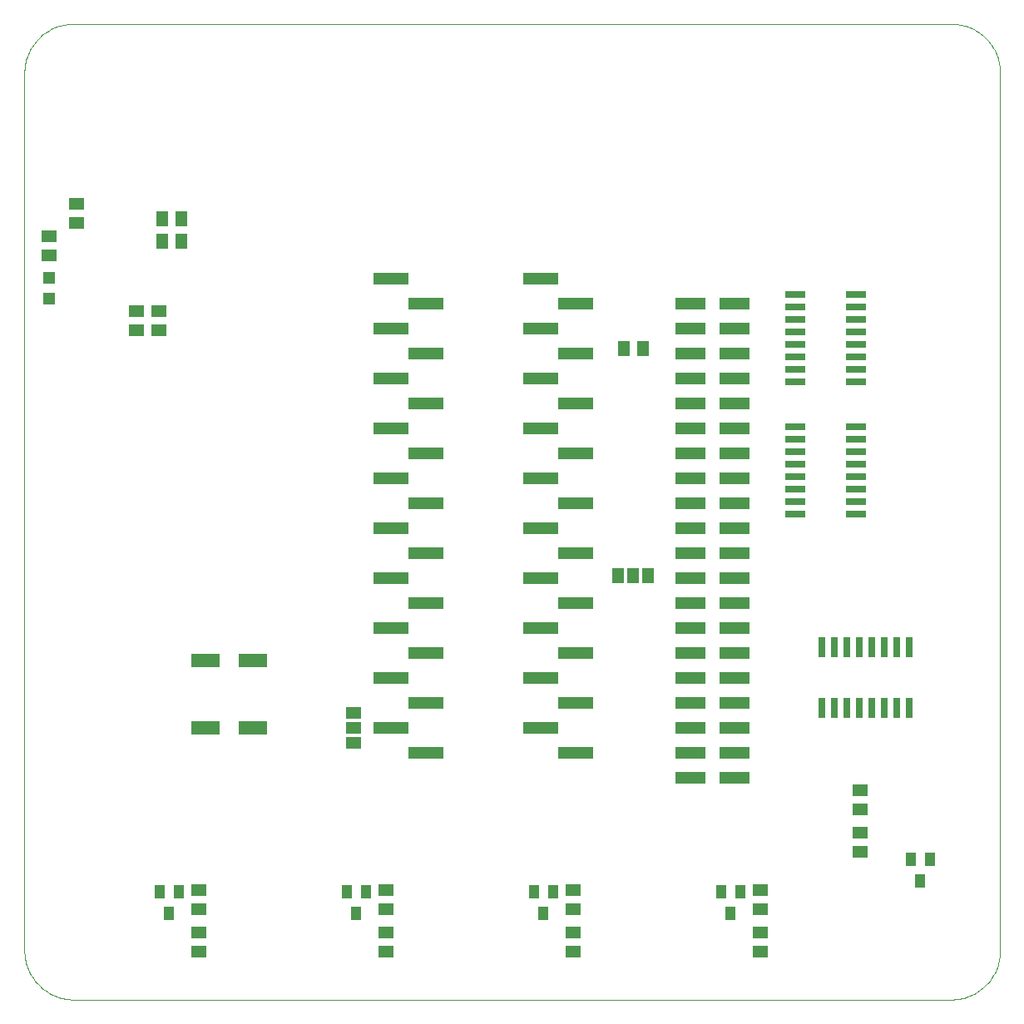
<source format=gtp>
G75*
%MOIN*%
%OFA0B0*%
%FSLAX24Y24*%
%IPPOS*%
%LPD*%
%AMOC8*
5,1,8,0,0,1.08239X$1,22.5*
%
%ADD10C,0.0000*%
%ADD11R,0.1181X0.0551*%
%ADD12R,0.0591X0.0512*%
%ADD13R,0.0472X0.0472*%
%ADD14R,0.0512X0.0591*%
%ADD15R,0.0394X0.0551*%
%ADD16R,0.0800X0.0260*%
%ADD17R,0.1200X0.0450*%
%ADD18R,0.1400X0.0500*%
%ADD19R,0.0260X0.0800*%
%ADD20R,0.0460X0.0630*%
%ADD21R,0.0630X0.0460*%
D10*
X000100Y002000D02*
X000100Y037231D01*
X000102Y037317D01*
X000107Y037403D01*
X000117Y037488D01*
X000130Y037573D01*
X000147Y037657D01*
X000167Y037741D01*
X000191Y037823D01*
X000219Y037904D01*
X000250Y037985D01*
X000284Y038063D01*
X000322Y038140D01*
X000364Y038216D01*
X000408Y038289D01*
X000456Y038360D01*
X000507Y038430D01*
X000561Y038497D01*
X000617Y038561D01*
X000677Y038623D01*
X000739Y038683D01*
X000803Y038739D01*
X000870Y038793D01*
X000940Y038844D01*
X001011Y038892D01*
X001085Y038936D01*
X001160Y038978D01*
X001237Y039016D01*
X001315Y039050D01*
X001396Y039081D01*
X001477Y039109D01*
X001559Y039133D01*
X001643Y039153D01*
X001727Y039170D01*
X001812Y039183D01*
X001897Y039193D01*
X001983Y039198D01*
X002069Y039200D01*
X037231Y039200D01*
X037317Y039198D01*
X037403Y039193D01*
X037488Y039183D01*
X037573Y039170D01*
X037657Y039153D01*
X037741Y039133D01*
X037823Y039109D01*
X037904Y039081D01*
X037985Y039050D01*
X038063Y039016D01*
X038140Y038978D01*
X038216Y038936D01*
X038289Y038892D01*
X038360Y038844D01*
X038430Y038793D01*
X038497Y038739D01*
X038561Y038683D01*
X038623Y038623D01*
X038683Y038561D01*
X038739Y038497D01*
X038793Y038430D01*
X038844Y038360D01*
X038892Y038289D01*
X038936Y038216D01*
X038978Y038140D01*
X039016Y038063D01*
X039050Y037985D01*
X039081Y037904D01*
X039109Y037823D01*
X039133Y037741D01*
X039153Y037657D01*
X039170Y037573D01*
X039183Y037488D01*
X039193Y037403D01*
X039198Y037317D01*
X039200Y037231D01*
X039200Y002069D01*
X039198Y001983D01*
X039193Y001897D01*
X039183Y001812D01*
X039170Y001727D01*
X039153Y001643D01*
X039133Y001559D01*
X039109Y001477D01*
X039081Y001396D01*
X039050Y001315D01*
X039016Y001237D01*
X038978Y001160D01*
X038936Y001084D01*
X038892Y001011D01*
X038844Y000940D01*
X038793Y000870D01*
X038739Y000803D01*
X038683Y000739D01*
X038623Y000677D01*
X038561Y000617D01*
X038497Y000561D01*
X038430Y000507D01*
X038360Y000456D01*
X038289Y000408D01*
X038216Y000364D01*
X038140Y000322D01*
X038063Y000284D01*
X037985Y000250D01*
X037904Y000219D01*
X037823Y000191D01*
X037741Y000167D01*
X037657Y000147D01*
X037573Y000130D01*
X037488Y000117D01*
X037403Y000107D01*
X037317Y000102D01*
X037231Y000100D01*
X002069Y000100D01*
X001983Y000102D01*
X001897Y000107D01*
X001812Y000117D01*
X001727Y000130D01*
X001643Y000147D01*
X001559Y000167D01*
X001477Y000191D01*
X001396Y000219D01*
X001315Y000250D01*
X001237Y000284D01*
X001160Y000322D01*
X001084Y000364D01*
X001011Y000408D01*
X000940Y000456D01*
X000870Y000507D01*
X000803Y000561D01*
X000739Y000617D01*
X000677Y000677D01*
X000617Y000739D01*
X000561Y000803D01*
X000507Y000870D01*
X000456Y000940D01*
X000408Y001011D01*
X000364Y001085D01*
X000322Y001160D01*
X000284Y001237D01*
X000250Y001315D01*
X000219Y001396D01*
X000191Y001477D01*
X000167Y001559D01*
X000147Y001643D01*
X000130Y001727D01*
X000117Y001812D01*
X000107Y001897D01*
X000102Y001983D01*
X000100Y002069D01*
D11*
X007355Y011000D03*
X009245Y011000D03*
X009245Y013700D03*
X007355Y013700D03*
D12*
X007100Y004474D03*
X007100Y003726D03*
X007100Y002774D03*
X007100Y002026D03*
X014600Y002026D03*
X014600Y002774D03*
X014600Y003726D03*
X014600Y004474D03*
X022100Y004474D03*
X022100Y003726D03*
X022100Y002774D03*
X022100Y002026D03*
X029600Y002026D03*
X029600Y002774D03*
X029600Y003726D03*
X029600Y004474D03*
X033600Y006026D03*
X033600Y006774D03*
X033600Y007726D03*
X033600Y008474D03*
X005500Y026926D03*
X005500Y027674D03*
X004600Y027674D03*
X004600Y026926D03*
X001100Y029926D03*
X001100Y030674D03*
X002200Y031226D03*
X002200Y031974D03*
D13*
X001100Y029013D03*
X001100Y028187D03*
D14*
X005626Y030500D03*
X006374Y030500D03*
X006374Y031400D03*
X005626Y031400D03*
X024126Y026200D03*
X024874Y026200D03*
D15*
X035626Y005733D03*
X036374Y005733D03*
X036000Y004867D03*
X028774Y004433D03*
X028026Y004433D03*
X028400Y003567D03*
X021274Y004433D03*
X020526Y004433D03*
X020900Y003567D03*
X013774Y004433D03*
X013026Y004433D03*
X013400Y003567D03*
X006274Y004433D03*
X005526Y004433D03*
X005900Y003567D03*
D16*
X030990Y019550D03*
X030990Y020050D03*
X030990Y020550D03*
X030990Y021050D03*
X030990Y021550D03*
X030990Y022050D03*
X030990Y022550D03*
X030990Y023050D03*
X030990Y024850D03*
X030990Y025350D03*
X030990Y025850D03*
X030990Y026350D03*
X030990Y026850D03*
X030990Y027350D03*
X030990Y027850D03*
X030990Y028350D03*
X033410Y028350D03*
X033410Y027850D03*
X033410Y027350D03*
X033410Y026850D03*
X033410Y026350D03*
X033410Y025850D03*
X033410Y025350D03*
X033410Y024850D03*
X033410Y023050D03*
X033410Y022550D03*
X033410Y022050D03*
X033410Y021550D03*
X033410Y021050D03*
X033410Y020550D03*
X033410Y020050D03*
X033410Y019550D03*
D17*
X028550Y020000D03*
X028550Y021000D03*
X028550Y022000D03*
X028550Y023000D03*
X028550Y024000D03*
X028550Y025000D03*
X028550Y026000D03*
X028550Y027000D03*
X028550Y028000D03*
X026800Y028000D03*
X026800Y027000D03*
X026800Y026000D03*
X026800Y025000D03*
X026800Y024000D03*
X026800Y023000D03*
X026800Y022000D03*
X026800Y021000D03*
X026800Y020000D03*
X026800Y019000D03*
X026800Y018000D03*
X026800Y017000D03*
X026800Y016000D03*
X026800Y015000D03*
X026800Y014000D03*
X026800Y013000D03*
X026800Y012000D03*
X026800Y011000D03*
X026800Y010000D03*
X026800Y009000D03*
X028550Y009000D03*
X028550Y010000D03*
X028550Y011000D03*
X028550Y012000D03*
X028550Y013000D03*
X028550Y014000D03*
X028550Y015000D03*
X028550Y016000D03*
X028550Y017000D03*
X028550Y018000D03*
X028550Y019000D03*
D18*
X022200Y018000D03*
X020800Y017000D03*
X022200Y016000D03*
X020800Y015000D03*
X022200Y014000D03*
X020800Y013000D03*
X022200Y012000D03*
X020800Y011000D03*
X022200Y010000D03*
X016200Y010000D03*
X014800Y011000D03*
X016200Y012000D03*
X014800Y013000D03*
X016200Y014000D03*
X014800Y015000D03*
X016200Y016000D03*
X014800Y017000D03*
X016200Y018000D03*
X014800Y019000D03*
X016200Y020000D03*
X014800Y021000D03*
X016200Y022000D03*
X014800Y023000D03*
X016200Y024000D03*
X014800Y025000D03*
X016200Y026000D03*
X014800Y027000D03*
X016200Y028000D03*
X014800Y029000D03*
X020800Y029000D03*
X022200Y028000D03*
X020800Y027000D03*
X022200Y026000D03*
X020800Y025000D03*
X022200Y024000D03*
X020800Y023000D03*
X022200Y022000D03*
X020800Y021000D03*
X022200Y020000D03*
X020800Y019000D03*
D19*
X032050Y014210D03*
X032550Y014210D03*
X033050Y014210D03*
X033550Y014210D03*
X034050Y014210D03*
X034550Y014210D03*
X035050Y014210D03*
X035550Y014210D03*
X035550Y011790D03*
X035050Y011790D03*
X034550Y011790D03*
X034050Y011790D03*
X033550Y011790D03*
X033050Y011790D03*
X032550Y011790D03*
X032050Y011790D03*
D20*
X025100Y017100D03*
X024500Y017100D03*
X023900Y017100D03*
D21*
X013300Y011600D03*
X013300Y011000D03*
X013300Y010400D03*
M02*

</source>
